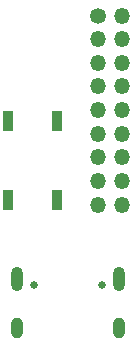
<source format=gbr>
%TF.GenerationSoftware,KiCad,Pcbnew,9.0.0*%
%TF.CreationDate,2025-06-10T15:00:41-04:00*%
%TF.ProjectId,aditBoard,61646974-426f-4617-9264-2e6b69636164,rev?*%
%TF.SameCoordinates,Original*%
%TF.FileFunction,Soldermask,Bot*%
%TF.FilePolarity,Negative*%
%FSLAX46Y46*%
G04 Gerber Fmt 4.6, Leading zero omitted, Abs format (unit mm)*
G04 Created by KiCad (PCBNEW 9.0.0) date 2025-06-10 15:00:41*
%MOMM*%
%LPD*%
G01*
G04 APERTURE LIST*
%ADD10R,0.900000X1.800000*%
%ADD11C,1.350000*%
%ADD12O,1.350000X1.350000*%
%ADD13C,0.650000*%
%ADD14O,1.000000X2.100000*%
%ADD15O,1.000000X1.800000*%
G04 APERTURE END LIST*
D10*
%TO.C,SW3*%
X117015000Y-90625000D03*
X121125000Y-90625000D03*
%TD*%
%TO.C,SW2*%
X117015000Y-97300000D03*
X121125000Y-97300000D03*
%TD*%
D11*
%TO.C,J2*%
X124635000Y-81725000D03*
D12*
X126635000Y-81725000D03*
X124635000Y-83725000D03*
X126635000Y-83725000D03*
X124635000Y-85725000D03*
X126635000Y-85725000D03*
X124635000Y-87725000D03*
X126635000Y-87725000D03*
X124635000Y-89725000D03*
X126635000Y-89725000D03*
X124635000Y-91725000D03*
X126635000Y-91725000D03*
X124635000Y-93725000D03*
X126635000Y-93725000D03*
X124635000Y-95725000D03*
X126635000Y-95725000D03*
X124635000Y-97725000D03*
X126635000Y-97725000D03*
%TD*%
D13*
%TO.C,J1*%
X119185000Y-104500000D03*
X124965000Y-104500000D03*
D14*
X117755000Y-104000000D03*
D15*
X117755000Y-108180000D03*
D14*
X126395000Y-104000000D03*
D15*
X126395000Y-108180000D03*
%TD*%
M02*

</source>
